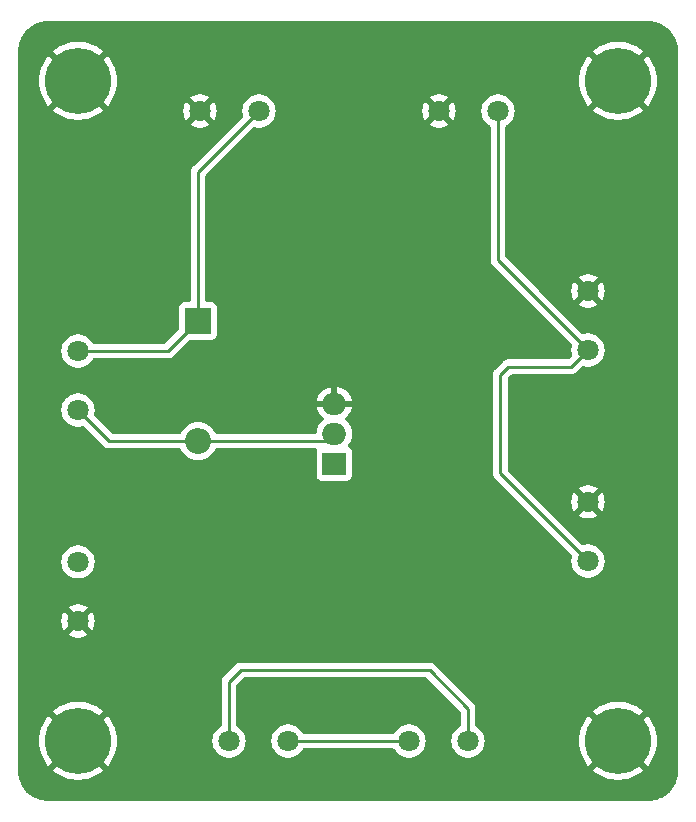
<source format=gbr>
%TF.GenerationSoftware,KiCad,Pcbnew,7.0.9*%
%TF.CreationDate,2024-06-07T12:35:00-04:00*%
%TF.ProjectId,PCBAdas,50434241-6461-4732-9e6b-696361645f70,rev?*%
%TF.SameCoordinates,Original*%
%TF.FileFunction,Copper,L2,Bot*%
%TF.FilePolarity,Positive*%
%FSLAX46Y46*%
G04 Gerber Fmt 4.6, Leading zero omitted, Abs format (unit mm)*
G04 Created by KiCad (PCBNEW 7.0.9) date 2024-06-07 12:35:00*
%MOMM*%
%LPD*%
G01*
G04 APERTURE LIST*
%TA.AperFunction,ComponentPad*%
%ADD10C,1.803400*%
%TD*%
%TA.AperFunction,ComponentPad*%
%ADD11C,5.600000*%
%TD*%
%TA.AperFunction,ComponentPad*%
%ADD12R,2.000000X1.905000*%
%TD*%
%TA.AperFunction,ComponentPad*%
%ADD13O,2.000000X1.905000*%
%TD*%
%TA.AperFunction,ComponentPad*%
%ADD14R,2.200000X2.200000*%
%TD*%
%TA.AperFunction,ComponentPad*%
%ADD15O,2.200000X2.200000*%
%TD*%
%TA.AperFunction,Conductor*%
%ADD16C,0.250000*%
%TD*%
G04 APERTURE END LIST*
D10*
%TO.P,J7,1,Pin_1*%
%TO.N,+7.5V*%
X157560000Y-73660000D03*
%TO.P,J7,2,Pin_2*%
%TO.N,GND*%
X152560000Y-73660000D03*
%TD*%
D11*
%TO.P,H3,1,1*%
%TO.N,GND*%
X142240000Y-71120000D03*
%TD*%
%TO.P,H1,1,1*%
%TO.N,GND*%
X142240000Y-127000000D03*
%TD*%
D12*
%TO.P,Q1,1,G*%
%TO.N,Net-(J1-Pin_1)*%
X163945000Y-103540000D03*
D13*
%TO.P,Q1,2,D*%
%TO.N,Net-(D1-A)*%
X163945000Y-101000000D03*
%TO.P,Q1,3,S*%
%TO.N,GND*%
X163945000Y-98460000D03*
%TD*%
D10*
%TO.P,J4,1,Pin_1*%
%TO.N,+8V*%
X185420000Y-93900000D03*
%TO.P,J4,2,Pin_2*%
%TO.N,GND*%
X185420000Y-88900000D03*
%TD*%
%TO.P,J2,1,Pin_1*%
%TO.N,+7.5V*%
X142240000Y-93980000D03*
%TO.P,J2,2,Pin_2*%
%TO.N,Net-(D1-A)*%
X142240000Y-98980000D03*
%TD*%
%TO.P,J1,1,Pin_1*%
%TO.N,Net-(J1-Pin_1)*%
X142240000Y-111840000D03*
%TO.P,J1,2,Pin_2*%
%TO.N,GND*%
X142240000Y-116840000D03*
%TD*%
D11*
%TO.P,H4,1,1*%
%TO.N,GND*%
X187960000Y-71120000D03*
%TD*%
%TO.P,H2,1,1*%
%TO.N,GND*%
X187960000Y-127000000D03*
%TD*%
D10*
%TO.P,J5,1,Pin_1*%
%TO.N,Net-(J5-Pin_1)*%
X170260000Y-127000000D03*
%TO.P,J5,2,Pin_2*%
%TO.N,Net-(J5-Pin_2)*%
X175260000Y-127000000D03*
%TD*%
%TO.P,J6,1,Pin_1*%
%TO.N,Net-(J5-Pin_2)*%
X155020000Y-127000000D03*
%TO.P,J6,2,Pin_2*%
%TO.N,Net-(J5-Pin_1)*%
X160020000Y-127000000D03*
%TD*%
%TO.P,J3,1,Pin_1*%
%TO.N,+8V*%
X185420000Y-111760000D03*
%TO.P,J3,2,Pin_2*%
%TO.N,GND*%
X185420000Y-106760000D03*
%TD*%
%TO.P,J8,1,Pin_1*%
%TO.N,+8V*%
X177800000Y-73660000D03*
%TO.P,J8,2,Pin_2*%
%TO.N,GND*%
X172800000Y-73660000D03*
%TD*%
D14*
%TO.P,D1,1,K*%
%TO.N,+7.5V*%
X152400000Y-91440000D03*
D15*
%TO.P,D1,2,A*%
%TO.N,Net-(D1-A)*%
X152400000Y-101600000D03*
%TD*%
D16*
%TO.N,+7.5V*%
X149860000Y-93980000D02*
X152400000Y-91440000D01*
X142240000Y-93980000D02*
X149860000Y-93980000D01*
X152400000Y-91440000D02*
X152400000Y-78820000D01*
X152400000Y-78820000D02*
X157560000Y-73660000D01*
%TO.N,Net-(D1-A)*%
X142240000Y-98980000D02*
X144860000Y-101600000D01*
X144860000Y-101600000D02*
X152400000Y-101600000D01*
X152400000Y-101600000D02*
X163345000Y-101600000D01*
X163345000Y-101600000D02*
X163945000Y-101000000D01*
%TO.N,Net-(J5-Pin_1)*%
X160020000Y-127000000D02*
X170260000Y-127000000D01*
%TO.N,Net-(J5-Pin_2)*%
X172000000Y-121000000D02*
X175260000Y-124260000D01*
X155020000Y-121980000D02*
X156000000Y-121000000D01*
X155020000Y-127000000D02*
X155020000Y-121980000D01*
X175260000Y-124260000D02*
X175260000Y-127000000D01*
X156000000Y-121000000D02*
X172000000Y-121000000D01*
%TO.N,+8V*%
X178000000Y-104340000D02*
X185420000Y-111760000D01*
X184000000Y-95320000D02*
X178680000Y-95320000D01*
X177800000Y-86280000D02*
X185420000Y-93900000D01*
X178000000Y-96000000D02*
X178000000Y-104340000D01*
X178680000Y-95320000D02*
X178000000Y-96000000D01*
X177800000Y-73660000D02*
X177800000Y-86280000D01*
X185420000Y-93900000D02*
X184000000Y-95320000D01*
%TD*%
%TA.AperFunction,Conductor*%
%TO.N,GND*%
G36*
X190501737Y-66040598D02*
G01*
X190535041Y-66042467D01*
X190615603Y-66046992D01*
X190787691Y-66057401D01*
X190794297Y-66058160D01*
X190865907Y-66070327D01*
X190930343Y-66081277D01*
X191023462Y-66098340D01*
X191079227Y-66108560D01*
X191085198Y-66109963D01*
X191222032Y-66149384D01*
X191362850Y-66193265D01*
X191368092Y-66195164D01*
X191501420Y-66250391D01*
X191634609Y-66310334D01*
X191639147Y-66312605D01*
X191712221Y-66352991D01*
X191766422Y-66382947D01*
X191766439Y-66382956D01*
X191890935Y-66458217D01*
X191894739Y-66460711D01*
X192012726Y-66544427D01*
X192015072Y-66546176D01*
X192110416Y-66620874D01*
X192128332Y-66634910D01*
X192131409Y-66637486D01*
X192239430Y-66734018D01*
X192241957Y-66736408D01*
X192343590Y-66838041D01*
X192345980Y-66840568D01*
X192442512Y-66948589D01*
X192445088Y-66951666D01*
X192533811Y-67064912D01*
X192535571Y-67067272D01*
X192619287Y-67185259D01*
X192621781Y-67189063D01*
X192697043Y-67313560D01*
X192767393Y-67440851D01*
X192769668Y-67445398D01*
X192829609Y-67578581D01*
X192884831Y-67711899D01*
X192886744Y-67717183D01*
X192909633Y-67790634D01*
X192930631Y-67858021D01*
X192970032Y-67994790D01*
X192971440Y-68000781D01*
X192998722Y-68149656D01*
X193021835Y-68285683D01*
X193022599Y-68292330D01*
X193033012Y-68464475D01*
X193039402Y-68578263D01*
X193039500Y-68581741D01*
X193039500Y-129538258D01*
X193039402Y-129541736D01*
X193033012Y-129655524D01*
X193022599Y-129827668D01*
X193021835Y-129834315D01*
X192998722Y-129970343D01*
X192971440Y-130119217D01*
X192970032Y-130125208D01*
X192930625Y-130262001D01*
X192886744Y-130402815D01*
X192884831Y-130408099D01*
X192829609Y-130541418D01*
X192769668Y-130674600D01*
X192767394Y-130679147D01*
X192697043Y-130806439D01*
X192621781Y-130930936D01*
X192619287Y-130934739D01*
X192535571Y-131052726D01*
X192533811Y-131055086D01*
X192445088Y-131168332D01*
X192442512Y-131171409D01*
X192345980Y-131279430D01*
X192343590Y-131281957D01*
X192241957Y-131383590D01*
X192239430Y-131385980D01*
X192131409Y-131482512D01*
X192128332Y-131485088D01*
X192015086Y-131573811D01*
X192012726Y-131575571D01*
X191894739Y-131659287D01*
X191890936Y-131661781D01*
X191766439Y-131737043D01*
X191639147Y-131807394D01*
X191634600Y-131809668D01*
X191501418Y-131869609D01*
X191368099Y-131924831D01*
X191362815Y-131926744D01*
X191245231Y-131963385D01*
X191221990Y-131970627D01*
X191085208Y-132010032D01*
X191079217Y-132011440D01*
X190930343Y-132038722D01*
X190794315Y-132061835D01*
X190787668Y-132062599D01*
X190615524Y-132073012D01*
X190501736Y-132079402D01*
X190498258Y-132079500D01*
X139701742Y-132079500D01*
X139698265Y-132079402D01*
X139584475Y-132073012D01*
X139412330Y-132062599D01*
X139405683Y-132061835D01*
X139269656Y-132038722D01*
X139120781Y-132011440D01*
X139114790Y-132010032D01*
X138978021Y-131970631D01*
X138910634Y-131949633D01*
X138837183Y-131926744D01*
X138831899Y-131924831D01*
X138698581Y-131869609D01*
X138565398Y-131809668D01*
X138560851Y-131807393D01*
X138433560Y-131737043D01*
X138309063Y-131661781D01*
X138305259Y-131659287D01*
X138187272Y-131575571D01*
X138184912Y-131573811D01*
X138071666Y-131485088D01*
X138068589Y-131482512D01*
X137960568Y-131385980D01*
X137958041Y-131383590D01*
X137856408Y-131281957D01*
X137854018Y-131279430D01*
X137757486Y-131171409D01*
X137754910Y-131168332D01*
X137740874Y-131150416D01*
X137666176Y-131055072D01*
X137664427Y-131052726D01*
X137580711Y-130934739D01*
X137578217Y-130930935D01*
X137502956Y-130806439D01*
X137432605Y-130679147D01*
X137430330Y-130674600D01*
X137370390Y-130541418D01*
X137315167Y-130408099D01*
X137313265Y-130402850D01*
X137269375Y-130262001D01*
X137229963Y-130125198D01*
X137228560Y-130119227D01*
X137218340Y-130063462D01*
X137201277Y-129970343D01*
X137190327Y-129905907D01*
X137178160Y-129834297D01*
X137177401Y-129827691D01*
X137166992Y-129655603D01*
X137162626Y-129577867D01*
X137160598Y-129541736D01*
X137160500Y-129538259D01*
X137160500Y-127000002D01*
X138935153Y-127000002D01*
X138954526Y-127357314D01*
X138954527Y-127357331D01*
X139012415Y-127710431D01*
X139012421Y-127710457D01*
X139108147Y-128055232D01*
X139108149Y-128055239D01*
X139240597Y-128387659D01*
X139240606Y-128387677D01*
X139408218Y-128703827D01*
X139609033Y-129000007D01*
X139736441Y-129150003D01*
X139736442Y-129150004D01*
X140942266Y-127944180D01*
X141105130Y-128134870D01*
X141295818Y-128297732D01*
X140087255Y-129506295D01*
X140087256Y-129506296D01*
X140100485Y-129518828D01*
X140100486Y-129518829D01*
X140385367Y-129735388D01*
X140385370Y-129735390D01*
X140691990Y-129919876D01*
X141016739Y-130070122D01*
X141016744Y-130070123D01*
X141355855Y-130184383D01*
X141705339Y-130261311D01*
X142061075Y-130299999D01*
X142061085Y-130300000D01*
X142418915Y-130300000D01*
X142418924Y-130299999D01*
X142774660Y-130261311D01*
X143124144Y-130184383D01*
X143463255Y-130070123D01*
X143463260Y-130070122D01*
X143788009Y-129919876D01*
X144094629Y-129735390D01*
X144094632Y-129735388D01*
X144379504Y-129518836D01*
X144392742Y-129506294D01*
X143184180Y-128297733D01*
X143374870Y-128134870D01*
X143537733Y-127944180D01*
X144743556Y-129150003D01*
X144870964Y-129000008D01*
X144870975Y-128999994D01*
X145071781Y-128703827D01*
X145239393Y-128387677D01*
X145239402Y-128387659D01*
X145371850Y-128055239D01*
X145371852Y-128055232D01*
X145467578Y-127710457D01*
X145467584Y-127710431D01*
X145525472Y-127357331D01*
X145525473Y-127357314D01*
X145544847Y-127000005D01*
X153612994Y-127000005D01*
X153632183Y-127231582D01*
X153689229Y-127456854D01*
X153782575Y-127669662D01*
X153809228Y-127710457D01*
X153909675Y-127864201D01*
X154067061Y-128035168D01*
X154067064Y-128035170D01*
X154067067Y-128035173D01*
X154250432Y-128177892D01*
X154250438Y-128177896D01*
X154250441Y-128177898D01*
X154454812Y-128288499D01*
X154674600Y-128363952D01*
X154903810Y-128402200D01*
X155136190Y-128402200D01*
X155365400Y-128363952D01*
X155585188Y-128288499D01*
X155789559Y-128177898D01*
X155972939Y-128035168D01*
X156130325Y-127864201D01*
X156257425Y-127669661D01*
X156350771Y-127456854D01*
X156407816Y-127231586D01*
X156427006Y-127000005D01*
X158612994Y-127000005D01*
X158632183Y-127231582D01*
X158689229Y-127456854D01*
X158782575Y-127669662D01*
X158809228Y-127710457D01*
X158909675Y-127864201D01*
X159067061Y-128035168D01*
X159067064Y-128035170D01*
X159067067Y-128035173D01*
X159250432Y-128177892D01*
X159250438Y-128177896D01*
X159250441Y-128177898D01*
X159454812Y-128288499D01*
X159674600Y-128363952D01*
X159903810Y-128402200D01*
X160136190Y-128402200D01*
X160365400Y-128363952D01*
X160585188Y-128288499D01*
X160789559Y-128177898D01*
X160972939Y-128035168D01*
X161130325Y-127864201D01*
X161249574Y-127681678D01*
X161302720Y-127636321D01*
X161353382Y-127625500D01*
X168926618Y-127625500D01*
X168993657Y-127645185D01*
X169030426Y-127681678D01*
X169049228Y-127710457D01*
X169149675Y-127864201D01*
X169307061Y-128035168D01*
X169307064Y-128035170D01*
X169307067Y-128035173D01*
X169490432Y-128177892D01*
X169490438Y-128177896D01*
X169490441Y-128177898D01*
X169694812Y-128288499D01*
X169914600Y-128363952D01*
X170143810Y-128402200D01*
X170376190Y-128402200D01*
X170605400Y-128363952D01*
X170825188Y-128288499D01*
X171029559Y-128177898D01*
X171212939Y-128035168D01*
X171370325Y-127864201D01*
X171497425Y-127669661D01*
X171590771Y-127456854D01*
X171647816Y-127231586D01*
X171667006Y-127000000D01*
X171647816Y-126768414D01*
X171590771Y-126543146D01*
X171497425Y-126330339D01*
X171370325Y-126135799D01*
X171212939Y-125964832D01*
X171212934Y-125964828D01*
X171212932Y-125964826D01*
X171029567Y-125822107D01*
X171029561Y-125822103D01*
X170825188Y-125711501D01*
X170825180Y-125711498D01*
X170605402Y-125636048D01*
X170376190Y-125597800D01*
X170143810Y-125597800D01*
X169914597Y-125636048D01*
X169694819Y-125711498D01*
X169694811Y-125711501D01*
X169490438Y-125822103D01*
X169490432Y-125822107D01*
X169307067Y-125964826D01*
X169307064Y-125964829D01*
X169149676Y-126135797D01*
X169149673Y-126135801D01*
X169030426Y-126318322D01*
X168977280Y-126363679D01*
X168926618Y-126374500D01*
X161353382Y-126374500D01*
X161286343Y-126354815D01*
X161249574Y-126318322D01*
X161130326Y-126135801D01*
X161130325Y-126135799D01*
X160972939Y-125964832D01*
X160972934Y-125964828D01*
X160972932Y-125964826D01*
X160789567Y-125822107D01*
X160789561Y-125822103D01*
X160585188Y-125711501D01*
X160585180Y-125711498D01*
X160365402Y-125636048D01*
X160136190Y-125597800D01*
X159903810Y-125597800D01*
X159674597Y-125636048D01*
X159454819Y-125711498D01*
X159454811Y-125711501D01*
X159250438Y-125822103D01*
X159250432Y-125822107D01*
X159067067Y-125964826D01*
X159067064Y-125964829D01*
X158909676Y-126135797D01*
X158909673Y-126135801D01*
X158782575Y-126330337D01*
X158689229Y-126543145D01*
X158632183Y-126768417D01*
X158612994Y-126999994D01*
X158612994Y-127000005D01*
X156427006Y-127000005D01*
X156427006Y-127000000D01*
X156407816Y-126768414D01*
X156350771Y-126543146D01*
X156257425Y-126330339D01*
X156130325Y-126135799D01*
X155972939Y-125964832D01*
X155789559Y-125822102D01*
X155710482Y-125779307D01*
X155660891Y-125730087D01*
X155645500Y-125670253D01*
X155645500Y-122290452D01*
X155665185Y-122223413D01*
X155681819Y-122202771D01*
X156222772Y-121661819D01*
X156284095Y-121628334D01*
X156310453Y-121625500D01*
X171689548Y-121625500D01*
X171756587Y-121645185D01*
X171777229Y-121661819D01*
X174598181Y-124482771D01*
X174631666Y-124544094D01*
X174634500Y-124570452D01*
X174634500Y-125670253D01*
X174614815Y-125737292D01*
X174569518Y-125779307D01*
X174490447Y-125822098D01*
X174490439Y-125822103D01*
X174307062Y-125964831D01*
X174149676Y-126135797D01*
X174149673Y-126135801D01*
X174022575Y-126330337D01*
X173929229Y-126543145D01*
X173872183Y-126768417D01*
X173852994Y-126999994D01*
X173852994Y-127000005D01*
X173872183Y-127231582D01*
X173929229Y-127456854D01*
X174022575Y-127669662D01*
X174049228Y-127710457D01*
X174149675Y-127864201D01*
X174307061Y-128035168D01*
X174307064Y-128035170D01*
X174307067Y-128035173D01*
X174490432Y-128177892D01*
X174490438Y-128177896D01*
X174490441Y-128177898D01*
X174694812Y-128288499D01*
X174914600Y-128363952D01*
X175143810Y-128402200D01*
X175376190Y-128402200D01*
X175605400Y-128363952D01*
X175825188Y-128288499D01*
X176029559Y-128177898D01*
X176212939Y-128035168D01*
X176370325Y-127864201D01*
X176497425Y-127669661D01*
X176590771Y-127456854D01*
X176647816Y-127231586D01*
X176667006Y-127000002D01*
X184655153Y-127000002D01*
X184674526Y-127357314D01*
X184674527Y-127357331D01*
X184732415Y-127710431D01*
X184732421Y-127710457D01*
X184828147Y-128055232D01*
X184828149Y-128055239D01*
X184960597Y-128387659D01*
X184960606Y-128387677D01*
X185128218Y-128703827D01*
X185329033Y-129000007D01*
X185456441Y-129150003D01*
X185456442Y-129150004D01*
X186662266Y-127944180D01*
X186825130Y-128134870D01*
X187015818Y-128297732D01*
X185807255Y-129506295D01*
X185807256Y-129506296D01*
X185820485Y-129518828D01*
X185820486Y-129518829D01*
X186105367Y-129735388D01*
X186105370Y-129735390D01*
X186411990Y-129919876D01*
X186736739Y-130070122D01*
X186736744Y-130070123D01*
X187075855Y-130184383D01*
X187425339Y-130261311D01*
X187781075Y-130299999D01*
X187781085Y-130300000D01*
X188138915Y-130300000D01*
X188138924Y-130299999D01*
X188494660Y-130261311D01*
X188844144Y-130184383D01*
X189183255Y-130070123D01*
X189183260Y-130070122D01*
X189508009Y-129919876D01*
X189814629Y-129735390D01*
X189814632Y-129735388D01*
X190099504Y-129518836D01*
X190112742Y-129506294D01*
X188904180Y-128297733D01*
X189094870Y-128134870D01*
X189257733Y-127944180D01*
X190463556Y-129150003D01*
X190590964Y-129000008D01*
X190590975Y-128999994D01*
X190791781Y-128703827D01*
X190959393Y-128387677D01*
X190959402Y-128387659D01*
X191091850Y-128055239D01*
X191091852Y-128055232D01*
X191187578Y-127710457D01*
X191187584Y-127710431D01*
X191245472Y-127357331D01*
X191245473Y-127357314D01*
X191264847Y-127000002D01*
X191264847Y-126999997D01*
X191245473Y-126642685D01*
X191245472Y-126642668D01*
X191187584Y-126289568D01*
X191187578Y-126289542D01*
X191091852Y-125944767D01*
X191091850Y-125944760D01*
X190959402Y-125612340D01*
X190959393Y-125612322D01*
X190791781Y-125296172D01*
X190590966Y-124999992D01*
X190463557Y-124849995D01*
X190463556Y-124849994D01*
X189257732Y-126055818D01*
X189094870Y-125865130D01*
X188904180Y-125702266D01*
X190112743Y-124493703D01*
X190112742Y-124493702D01*
X190099514Y-124481171D01*
X190099513Y-124481170D01*
X189814632Y-124264611D01*
X189814629Y-124264609D01*
X189508009Y-124080123D01*
X189183260Y-123929877D01*
X189183255Y-123929876D01*
X188844144Y-123815616D01*
X188494660Y-123738688D01*
X188138924Y-123700000D01*
X187781075Y-123700000D01*
X187425339Y-123738688D01*
X187075855Y-123815616D01*
X186736744Y-123929876D01*
X186736739Y-123929877D01*
X186411990Y-124080123D01*
X186105370Y-124264609D01*
X186105367Y-124264611D01*
X185820491Y-124481166D01*
X185807256Y-124493703D01*
X185807255Y-124493703D01*
X187015819Y-125702266D01*
X186825130Y-125865130D01*
X186662266Y-126055818D01*
X185456442Y-124849994D01*
X185456441Y-124849995D01*
X185329040Y-124999983D01*
X185329033Y-124999993D01*
X185128218Y-125296172D01*
X184960606Y-125612322D01*
X184960597Y-125612340D01*
X184828149Y-125944760D01*
X184828147Y-125944767D01*
X184732421Y-126289542D01*
X184732415Y-126289568D01*
X184674527Y-126642668D01*
X184674526Y-126642685D01*
X184655153Y-126999997D01*
X184655153Y-127000002D01*
X176667006Y-127000002D01*
X176667006Y-127000000D01*
X176647816Y-126768414D01*
X176590771Y-126543146D01*
X176497425Y-126330339D01*
X176370325Y-126135799D01*
X176212939Y-125964832D01*
X176029559Y-125822102D01*
X175950482Y-125779307D01*
X175900891Y-125730087D01*
X175885500Y-125670253D01*
X175885500Y-124342737D01*
X175887224Y-124327123D01*
X175886938Y-124327096D01*
X175887672Y-124319333D01*
X175885500Y-124250203D01*
X175885500Y-124220651D01*
X175885500Y-124220650D01*
X175884629Y-124213759D01*
X175884172Y-124207945D01*
X175882709Y-124161372D01*
X175877122Y-124142144D01*
X175873174Y-124123084D01*
X175870664Y-124103208D01*
X175853507Y-124059875D01*
X175851619Y-124054359D01*
X175838619Y-124009612D01*
X175828418Y-123992363D01*
X175819860Y-123974894D01*
X175812486Y-123956268D01*
X175812483Y-123956264D01*
X175812483Y-123956263D01*
X175785098Y-123918571D01*
X175781890Y-123913687D01*
X175758172Y-123873582D01*
X175758163Y-123873571D01*
X175744005Y-123859413D01*
X175731370Y-123844620D01*
X175719593Y-123828412D01*
X175683693Y-123798713D01*
X175679381Y-123794790D01*
X172500803Y-120616212D01*
X172490980Y-120603950D01*
X172490759Y-120604134D01*
X172485786Y-120598123D01*
X172467159Y-120580631D01*
X172435364Y-120550773D01*
X172424919Y-120540328D01*
X172414475Y-120529883D01*
X172408986Y-120525625D01*
X172404561Y-120521847D01*
X172370582Y-120489938D01*
X172370580Y-120489936D01*
X172370577Y-120489935D01*
X172353029Y-120480288D01*
X172336763Y-120469604D01*
X172320933Y-120457325D01*
X172278168Y-120438818D01*
X172272922Y-120436248D01*
X172232093Y-120413803D01*
X172232092Y-120413802D01*
X172212693Y-120408822D01*
X172194281Y-120402518D01*
X172175898Y-120394562D01*
X172175892Y-120394560D01*
X172129874Y-120387272D01*
X172124152Y-120386087D01*
X172079021Y-120374500D01*
X172079019Y-120374500D01*
X172058984Y-120374500D01*
X172039586Y-120372973D01*
X172032162Y-120371797D01*
X172019805Y-120369840D01*
X172019804Y-120369840D01*
X171973416Y-120374225D01*
X171967578Y-120374500D01*
X156082737Y-120374500D01*
X156067120Y-120372776D01*
X156067093Y-120373062D01*
X156059331Y-120372327D01*
X155990203Y-120374500D01*
X155960650Y-120374500D01*
X155959929Y-120374590D01*
X155953757Y-120375369D01*
X155947945Y-120375826D01*
X155901378Y-120377290D01*
X155901367Y-120377292D01*
X155882134Y-120382879D01*
X155863094Y-120386822D01*
X155843217Y-120389334D01*
X155843210Y-120389335D01*
X155843208Y-120389336D01*
X155843206Y-120389336D01*
X155843205Y-120389337D01*
X155799868Y-120406494D01*
X155794342Y-120408386D01*
X155749611Y-120421382D01*
X155749608Y-120421383D01*
X155732363Y-120431581D01*
X155714901Y-120440135D01*
X155696272Y-120447511D01*
X155696267Y-120447513D01*
X155658564Y-120474906D01*
X155653682Y-120478112D01*
X155613580Y-120501828D01*
X155599408Y-120516000D01*
X155584623Y-120528628D01*
X155568412Y-120540407D01*
X155538709Y-120576310D01*
X155534777Y-120580631D01*
X154636208Y-121479199D01*
X154623951Y-121489020D01*
X154624134Y-121489241D01*
X154618123Y-121494213D01*
X154570772Y-121544636D01*
X154549889Y-121565519D01*
X154549877Y-121565532D01*
X154545621Y-121571017D01*
X154541837Y-121575447D01*
X154509937Y-121609418D01*
X154509936Y-121609420D01*
X154500284Y-121626976D01*
X154489610Y-121643226D01*
X154477329Y-121659061D01*
X154477324Y-121659068D01*
X154458815Y-121701838D01*
X154456245Y-121707084D01*
X154433803Y-121747906D01*
X154428822Y-121767307D01*
X154422521Y-121785710D01*
X154414562Y-121804102D01*
X154414561Y-121804105D01*
X154407271Y-121850127D01*
X154406087Y-121855846D01*
X154394501Y-121900972D01*
X154394500Y-121900982D01*
X154394500Y-121921016D01*
X154392973Y-121940415D01*
X154389840Y-121960194D01*
X154389840Y-121960195D01*
X154394225Y-122006583D01*
X154394500Y-122012421D01*
X154394500Y-125670253D01*
X154374815Y-125737292D01*
X154329518Y-125779307D01*
X154250447Y-125822098D01*
X154250439Y-125822103D01*
X154067062Y-125964831D01*
X153909676Y-126135797D01*
X153909673Y-126135801D01*
X153782575Y-126330337D01*
X153689229Y-126543145D01*
X153632183Y-126768417D01*
X153612994Y-126999994D01*
X153612994Y-127000005D01*
X145544847Y-127000005D01*
X145544847Y-127000002D01*
X145544847Y-126999997D01*
X145525473Y-126642685D01*
X145525472Y-126642668D01*
X145467584Y-126289568D01*
X145467578Y-126289542D01*
X145371852Y-125944767D01*
X145371850Y-125944760D01*
X145239402Y-125612340D01*
X145239393Y-125612322D01*
X145071781Y-125296172D01*
X144870966Y-124999992D01*
X144743557Y-124849995D01*
X144743556Y-124849994D01*
X143537732Y-126055818D01*
X143374870Y-125865130D01*
X143184180Y-125702266D01*
X144392743Y-124493703D01*
X144392742Y-124493702D01*
X144379514Y-124481171D01*
X144379513Y-124481170D01*
X144094632Y-124264611D01*
X144094629Y-124264609D01*
X143788009Y-124080123D01*
X143463260Y-123929877D01*
X143463255Y-123929876D01*
X143124144Y-123815616D01*
X142774660Y-123738688D01*
X142418924Y-123700000D01*
X142061075Y-123700000D01*
X141705339Y-123738688D01*
X141355855Y-123815616D01*
X141016744Y-123929876D01*
X141016739Y-123929877D01*
X140691990Y-124080123D01*
X140385370Y-124264609D01*
X140385367Y-124264611D01*
X140100491Y-124481166D01*
X140087256Y-124493703D01*
X140087255Y-124493703D01*
X141295819Y-125702266D01*
X141105130Y-125865130D01*
X140942266Y-126055818D01*
X139736442Y-124849994D01*
X139736441Y-124849995D01*
X139609040Y-124999983D01*
X139609033Y-124999993D01*
X139408218Y-125296172D01*
X139240606Y-125612322D01*
X139240597Y-125612340D01*
X139108149Y-125944760D01*
X139108147Y-125944767D01*
X139012421Y-126289542D01*
X139012415Y-126289568D01*
X138954527Y-126642668D01*
X138954526Y-126642685D01*
X138935153Y-126999997D01*
X138935153Y-127000002D01*
X137160500Y-127000002D01*
X137160500Y-116840005D01*
X140833496Y-116840005D01*
X140852678Y-117071499D01*
X140909704Y-117296691D01*
X141003015Y-117509418D01*
X141087584Y-117638861D01*
X141639277Y-117087168D01*
X141649285Y-117117969D01*
X141736972Y-117256141D01*
X141856266Y-117368165D01*
X141991204Y-117442348D01*
X141439989Y-117993562D01*
X141439990Y-117993563D01*
X141470712Y-118017475D01*
X141470718Y-118017480D01*
X141675007Y-118128035D01*
X141675017Y-118128040D01*
X141894721Y-118203464D01*
X142123853Y-118241700D01*
X142356147Y-118241700D01*
X142585278Y-118203464D01*
X142804982Y-118128040D01*
X142804987Y-118128038D01*
X143009288Y-118017475D01*
X143040008Y-117993563D01*
X143040008Y-117993562D01*
X142485762Y-117439315D01*
X142554512Y-117412095D01*
X142686905Y-117315906D01*
X142791218Y-117189813D01*
X142839903Y-117086350D01*
X143392414Y-117638861D01*
X143476980Y-117509425D01*
X143476985Y-117509417D01*
X143570295Y-117296691D01*
X143627321Y-117071499D01*
X143646504Y-116840005D01*
X143646504Y-116839994D01*
X143627321Y-116608500D01*
X143570295Y-116383308D01*
X143476982Y-116170576D01*
X143392414Y-116041137D01*
X142840721Y-116592829D01*
X142830715Y-116562031D01*
X142743028Y-116423859D01*
X142623734Y-116311835D01*
X142488795Y-116237651D01*
X143040009Y-115686436D01*
X143040009Y-115686435D01*
X143009286Y-115662523D01*
X143009281Y-115662519D01*
X142804992Y-115551964D01*
X142804982Y-115551959D01*
X142585278Y-115476535D01*
X142356147Y-115438300D01*
X142123853Y-115438300D01*
X141894721Y-115476535D01*
X141675017Y-115551959D01*
X141675007Y-115551964D01*
X141470717Y-115662520D01*
X141470706Y-115662527D01*
X141439990Y-115686434D01*
X141439990Y-115686436D01*
X141994238Y-116240684D01*
X141925488Y-116267905D01*
X141793095Y-116364094D01*
X141688782Y-116490187D01*
X141640096Y-116593649D01*
X141087584Y-116041137D01*
X141003016Y-116170578D01*
X140909704Y-116383308D01*
X140852678Y-116608500D01*
X140833496Y-116839994D01*
X140833496Y-116840005D01*
X137160500Y-116840005D01*
X137160500Y-111840005D01*
X140832994Y-111840005D01*
X140852183Y-112071582D01*
X140909229Y-112296854D01*
X141002575Y-112509662D01*
X141129673Y-112704198D01*
X141129675Y-112704201D01*
X141287061Y-112875168D01*
X141287064Y-112875170D01*
X141287067Y-112875173D01*
X141470432Y-113017892D01*
X141470438Y-113017896D01*
X141470441Y-113017898D01*
X141674812Y-113128499D01*
X141894600Y-113203952D01*
X142123810Y-113242200D01*
X142356190Y-113242200D01*
X142585400Y-113203952D01*
X142805188Y-113128499D01*
X143009559Y-113017898D01*
X143192939Y-112875168D01*
X143350325Y-112704201D01*
X143477425Y-112509661D01*
X143570771Y-112296854D01*
X143627816Y-112071586D01*
X143647006Y-111840000D01*
X143640377Y-111760005D01*
X143627816Y-111608417D01*
X143627816Y-111608414D01*
X143570771Y-111383146D01*
X143477425Y-111170339D01*
X143350325Y-110975799D01*
X143192939Y-110804832D01*
X143192934Y-110804828D01*
X143192932Y-110804826D01*
X143009567Y-110662107D01*
X143009561Y-110662103D01*
X142805188Y-110551501D01*
X142805180Y-110551498D01*
X142585402Y-110476048D01*
X142356190Y-110437800D01*
X142123810Y-110437800D01*
X141894597Y-110476048D01*
X141674819Y-110551498D01*
X141674811Y-110551501D01*
X141470438Y-110662103D01*
X141470432Y-110662107D01*
X141287067Y-110804826D01*
X141287064Y-110804829D01*
X141129676Y-110975797D01*
X141129673Y-110975801D01*
X141002575Y-111170337D01*
X140909229Y-111383145D01*
X140852183Y-111608417D01*
X140832994Y-111839994D01*
X140832994Y-111840005D01*
X137160500Y-111840005D01*
X137160500Y-98980005D01*
X140832994Y-98980005D01*
X140852183Y-99211582D01*
X140909229Y-99436854D01*
X141002575Y-99649662D01*
X141066999Y-99748269D01*
X141129675Y-99844201D01*
X141287061Y-100015168D01*
X141287064Y-100015170D01*
X141287067Y-100015173D01*
X141470432Y-100157892D01*
X141470438Y-100157896D01*
X141470441Y-100157898D01*
X141674812Y-100268499D01*
X141894600Y-100343952D01*
X142123810Y-100382200D01*
X142356190Y-100382200D01*
X142585400Y-100343952D01*
X142611913Y-100334849D01*
X142681710Y-100331698D01*
X142739859Y-100364449D01*
X144359194Y-101983784D01*
X144369019Y-101996048D01*
X144369240Y-101995866D01*
X144374210Y-102001873D01*
X144374213Y-102001876D01*
X144374214Y-102001877D01*
X144424651Y-102049241D01*
X144445530Y-102070120D01*
X144451004Y-102074366D01*
X144455442Y-102078156D01*
X144489418Y-102110062D01*
X144489422Y-102110064D01*
X144506973Y-102119713D01*
X144523231Y-102130392D01*
X144539064Y-102142674D01*
X144561015Y-102152172D01*
X144581837Y-102161183D01*
X144587081Y-102163752D01*
X144627908Y-102186197D01*
X144647312Y-102191179D01*
X144665710Y-102197478D01*
X144684105Y-102205438D01*
X144730129Y-102212726D01*
X144735832Y-102213907D01*
X144780981Y-102225500D01*
X144801016Y-102225500D01*
X144820413Y-102227026D01*
X144840196Y-102230160D01*
X144886584Y-102225775D01*
X144892422Y-102225500D01*
X150843867Y-102225500D01*
X150910906Y-102245185D01*
X150956661Y-102297989D01*
X150958428Y-102302048D01*
X150969532Y-102328856D01*
X150969533Y-102328858D01*
X151101160Y-102543653D01*
X151101161Y-102543656D01*
X151101164Y-102543659D01*
X151264776Y-102735224D01*
X151413066Y-102861875D01*
X151456343Y-102898838D01*
X151456346Y-102898839D01*
X151671140Y-103030466D01*
X151903889Y-103126873D01*
X152148852Y-103185683D01*
X152400000Y-103205449D01*
X152651148Y-103185683D01*
X152896111Y-103126873D01*
X153128859Y-103030466D01*
X153343659Y-102898836D01*
X153535224Y-102735224D01*
X153698836Y-102543659D01*
X153830466Y-102328859D01*
X153841572Y-102302048D01*
X153885412Y-102247644D01*
X153951706Y-102225579D01*
X153956133Y-102225500D01*
X162367244Y-102225500D01*
X162434283Y-102245185D01*
X162480038Y-102297989D01*
X162489982Y-102367147D01*
X162483426Y-102392833D01*
X162450908Y-102480017D01*
X162444501Y-102539616D01*
X162444501Y-102539623D01*
X162444500Y-102539635D01*
X162444500Y-104540370D01*
X162444501Y-104540376D01*
X162450908Y-104599983D01*
X162501202Y-104734828D01*
X162501206Y-104734835D01*
X162587452Y-104850044D01*
X162587455Y-104850047D01*
X162702664Y-104936293D01*
X162702671Y-104936297D01*
X162837517Y-104986591D01*
X162837516Y-104986591D01*
X162844444Y-104987335D01*
X162897127Y-104993000D01*
X164992872Y-104992999D01*
X165052483Y-104986591D01*
X165187331Y-104936296D01*
X165302546Y-104850046D01*
X165388796Y-104734831D01*
X165439091Y-104599983D01*
X165445500Y-104540373D01*
X165445499Y-102539628D01*
X165439091Y-102480017D01*
X165396993Y-102367147D01*
X165388797Y-102345171D01*
X165388793Y-102345164D01*
X165302547Y-102229955D01*
X165302544Y-102229952D01*
X165187335Y-102143706D01*
X165187328Y-102143702D01*
X165156687Y-102132274D01*
X165100753Y-102090403D01*
X165076336Y-102024938D01*
X165091188Y-101956665D01*
X165102161Y-101939937D01*
X165213072Y-101797439D01*
X165327679Y-101585664D01*
X165405866Y-101357913D01*
X165445500Y-101120399D01*
X165445500Y-100879601D01*
X165405866Y-100642087D01*
X165327679Y-100414336D01*
X165213072Y-100202561D01*
X165065171Y-100012537D01*
X164888010Y-99849449D01*
X164888007Y-99849446D01*
X164863614Y-99833510D01*
X164818257Y-99780364D01*
X164808833Y-99711132D01*
X164838335Y-99647796D01*
X164863616Y-99625891D01*
X164887701Y-99610155D01*
X164887702Y-99610154D01*
X165064797Y-99447126D01*
X165064806Y-99447116D01*
X165212649Y-99257168D01*
X165212655Y-99257159D01*
X165327215Y-99045468D01*
X165327221Y-99045454D01*
X165405380Y-98817791D01*
X165423367Y-98710000D01*
X164439852Y-98710000D01*
X164488559Y-98572953D01*
X164498877Y-98422114D01*
X164468116Y-98274085D01*
X164434910Y-98210000D01*
X165423366Y-98210000D01*
X165423366Y-98209999D01*
X165405380Y-98102208D01*
X165327221Y-97874545D01*
X165327215Y-97874531D01*
X165212655Y-97662840D01*
X165212649Y-97662831D01*
X165064806Y-97472883D01*
X165064797Y-97472873D01*
X164887710Y-97309851D01*
X164887699Y-97309843D01*
X164686184Y-97178186D01*
X164465739Y-97081491D01*
X164465740Y-97081491D01*
X164232391Y-97022399D01*
X164195000Y-97019300D01*
X164195000Y-97968316D01*
X164166181Y-97950791D01*
X164020596Y-97910000D01*
X163907378Y-97910000D01*
X163795217Y-97925416D01*
X163695000Y-97968946D01*
X163695000Y-97019300D01*
X163694999Y-97019300D01*
X163657608Y-97022399D01*
X163424259Y-97081491D01*
X163203815Y-97178186D01*
X163002300Y-97309843D01*
X163002289Y-97309851D01*
X162825202Y-97472873D01*
X162825193Y-97472883D01*
X162677350Y-97662831D01*
X162677344Y-97662840D01*
X162562784Y-97874531D01*
X162562778Y-97874545D01*
X162484619Y-98102208D01*
X162466633Y-98209999D01*
X162466634Y-98210000D01*
X163450148Y-98210000D01*
X163401441Y-98347047D01*
X163391123Y-98497886D01*
X163421884Y-98645915D01*
X163455090Y-98710000D01*
X162466633Y-98710000D01*
X162484619Y-98817791D01*
X162562778Y-99045454D01*
X162562784Y-99045468D01*
X162677344Y-99257159D01*
X162677350Y-99257168D01*
X162825193Y-99447116D01*
X162825202Y-99447126D01*
X163002297Y-99610154D01*
X163002296Y-99610154D01*
X163026385Y-99625892D01*
X163071742Y-99679038D01*
X163081166Y-99748269D01*
X163051664Y-99811605D01*
X163026389Y-99833507D01*
X163001994Y-99849446D01*
X163001988Y-99849450D01*
X162844367Y-99994551D01*
X162824829Y-100012537D01*
X162781305Y-100068456D01*
X162676929Y-100202558D01*
X162562321Y-100414334D01*
X162562318Y-100414343D01*
X162484134Y-100642083D01*
X162445950Y-100870910D01*
X162415499Y-100933795D01*
X162355884Y-100970235D01*
X162323641Y-100974500D01*
X153956133Y-100974500D01*
X153889094Y-100954815D01*
X153843339Y-100902011D01*
X153841572Y-100897952D01*
X153830467Y-100871143D01*
X153830466Y-100871141D01*
X153698839Y-100656346D01*
X153698838Y-100656343D01*
X153661875Y-100613066D01*
X153535224Y-100464776D01*
X153379410Y-100331698D01*
X153343656Y-100301161D01*
X153343653Y-100301160D01*
X153128859Y-100169533D01*
X152896110Y-100073126D01*
X152651151Y-100014317D01*
X152400000Y-99994551D01*
X152148848Y-100014317D01*
X151903889Y-100073126D01*
X151671140Y-100169533D01*
X151456346Y-100301160D01*
X151456343Y-100301161D01*
X151264776Y-100464776D01*
X151101161Y-100656343D01*
X151101160Y-100656346D01*
X150969533Y-100871141D01*
X150969532Y-100871143D01*
X150958428Y-100897952D01*
X150914588Y-100952356D01*
X150848294Y-100974421D01*
X150843867Y-100974500D01*
X145170452Y-100974500D01*
X145103413Y-100954815D01*
X145082771Y-100938181D01*
X143622748Y-99478158D01*
X143589263Y-99416835D01*
X143590223Y-99360037D01*
X143627815Y-99211589D01*
X143627816Y-99211586D01*
X143641581Y-99045468D01*
X143647006Y-98980005D01*
X143647006Y-98979994D01*
X143627816Y-98748417D01*
X143627816Y-98748414D01*
X143570771Y-98523146D01*
X143477425Y-98310339D01*
X143350325Y-98115799D01*
X143192939Y-97944832D01*
X143192934Y-97944828D01*
X143192932Y-97944826D01*
X143009567Y-97802107D01*
X143009561Y-97802103D01*
X142805188Y-97691501D01*
X142805180Y-97691498D01*
X142585402Y-97616048D01*
X142356190Y-97577800D01*
X142123810Y-97577800D01*
X141894597Y-97616048D01*
X141674819Y-97691498D01*
X141674811Y-97691501D01*
X141470438Y-97802103D01*
X141470432Y-97802107D01*
X141287067Y-97944826D01*
X141287064Y-97944829D01*
X141287061Y-97944831D01*
X141287061Y-97944832D01*
X141252317Y-97982573D01*
X141129676Y-98115797D01*
X141129673Y-98115801D01*
X141002575Y-98310337D01*
X140909229Y-98523145D01*
X140852183Y-98748417D01*
X140832994Y-98979994D01*
X140832994Y-98980005D01*
X137160500Y-98980005D01*
X137160500Y-93980005D01*
X140832994Y-93980005D01*
X140852183Y-94211582D01*
X140909229Y-94436854D01*
X141002575Y-94649662D01*
X141099559Y-94798105D01*
X141129675Y-94844201D01*
X141287061Y-95015168D01*
X141287064Y-95015170D01*
X141287067Y-95015173D01*
X141470432Y-95157892D01*
X141470438Y-95157896D01*
X141470441Y-95157898D01*
X141674812Y-95268499D01*
X141894600Y-95343952D01*
X142123810Y-95382200D01*
X142356190Y-95382200D01*
X142585400Y-95343952D01*
X142805188Y-95268499D01*
X143009559Y-95157898D01*
X143192939Y-95015168D01*
X143350325Y-94844201D01*
X143469574Y-94661678D01*
X143522720Y-94616321D01*
X143573382Y-94605500D01*
X149777257Y-94605500D01*
X149792877Y-94607224D01*
X149792904Y-94606939D01*
X149800660Y-94607671D01*
X149800667Y-94607673D01*
X149869814Y-94605500D01*
X149899350Y-94605500D01*
X149906228Y-94604630D01*
X149912041Y-94604172D01*
X149958627Y-94602709D01*
X149977869Y-94597117D01*
X149996912Y-94593174D01*
X150016792Y-94590664D01*
X150060122Y-94573507D01*
X150065646Y-94571617D01*
X150072375Y-94569662D01*
X150110390Y-94558618D01*
X150127629Y-94548422D01*
X150145103Y-94539862D01*
X150163727Y-94532488D01*
X150163727Y-94532487D01*
X150163732Y-94532486D01*
X150201449Y-94505082D01*
X150206305Y-94501892D01*
X150246420Y-94478170D01*
X150260589Y-94463999D01*
X150275379Y-94451368D01*
X150291587Y-94439594D01*
X150321299Y-94403676D01*
X150325212Y-94399376D01*
X151647771Y-93076818D01*
X151709094Y-93043333D01*
X151735452Y-93040499D01*
X153547871Y-93040499D01*
X153547872Y-93040499D01*
X153607483Y-93034091D01*
X153742331Y-92983796D01*
X153857546Y-92897546D01*
X153943796Y-92782331D01*
X153994091Y-92647483D01*
X154000500Y-92587873D01*
X154000499Y-90292128D01*
X153994091Y-90232517D01*
X153977502Y-90188040D01*
X153943797Y-90097671D01*
X153943793Y-90097664D01*
X153857547Y-89982455D01*
X153857544Y-89982452D01*
X153742335Y-89896206D01*
X153742328Y-89896202D01*
X153607482Y-89845908D01*
X153607483Y-89845908D01*
X153547883Y-89839501D01*
X153547881Y-89839500D01*
X153547873Y-89839500D01*
X153547865Y-89839500D01*
X153149500Y-89839500D01*
X153082461Y-89819815D01*
X153036706Y-89767011D01*
X153025500Y-89715500D01*
X153025500Y-79130452D01*
X153045185Y-79063413D01*
X153061819Y-79042771D01*
X153785391Y-78319199D01*
X157060142Y-75044447D01*
X157121463Y-75010964D01*
X157188083Y-75014848D01*
X157214600Y-75023952D01*
X157443810Y-75062200D01*
X157676190Y-75062200D01*
X157905400Y-75023952D01*
X158125188Y-74948499D01*
X158329559Y-74837898D01*
X158330103Y-74837475D01*
X158391138Y-74789969D01*
X158512939Y-74695168D01*
X158670325Y-74524201D01*
X158797425Y-74329661D01*
X158890771Y-74116854D01*
X158947816Y-73891586D01*
X158967006Y-73660005D01*
X171393496Y-73660005D01*
X171412678Y-73891499D01*
X171469704Y-74116691D01*
X171563015Y-74329418D01*
X171647584Y-74458861D01*
X172199277Y-73907168D01*
X172209285Y-73937969D01*
X172296972Y-74076141D01*
X172416266Y-74188165D01*
X172551204Y-74262348D01*
X171999989Y-74813562D01*
X171999990Y-74813563D01*
X172030712Y-74837475D01*
X172030718Y-74837480D01*
X172235007Y-74948035D01*
X172235017Y-74948040D01*
X172454721Y-75023464D01*
X172683853Y-75061700D01*
X172916147Y-75061700D01*
X173145278Y-75023464D01*
X173364982Y-74948040D01*
X173364987Y-74948038D01*
X173569288Y-74837475D01*
X173600008Y-74813563D01*
X173600008Y-74813562D01*
X173045762Y-74259315D01*
X173114512Y-74232095D01*
X173246905Y-74135906D01*
X173351218Y-74009813D01*
X173399903Y-73906350D01*
X173952414Y-74458861D01*
X174036980Y-74329425D01*
X174036985Y-74329417D01*
X174130295Y-74116691D01*
X174187321Y-73891499D01*
X174206504Y-73660005D01*
X176392994Y-73660005D01*
X176412183Y-73891582D01*
X176469229Y-74116854D01*
X176562575Y-74329662D01*
X176646986Y-74458861D01*
X176689675Y-74524201D01*
X176847061Y-74695168D01*
X176847064Y-74695170D01*
X176847067Y-74695173D01*
X177030432Y-74837892D01*
X177030443Y-74837899D01*
X177109517Y-74880692D01*
X177159108Y-74929912D01*
X177174500Y-74989747D01*
X177174500Y-86197255D01*
X177172775Y-86212872D01*
X177173061Y-86212899D01*
X177172326Y-86220665D01*
X177174500Y-86289814D01*
X177174500Y-86319343D01*
X177174501Y-86319360D01*
X177175368Y-86326231D01*
X177175826Y-86332050D01*
X177177290Y-86378624D01*
X177177291Y-86378627D01*
X177182880Y-86397867D01*
X177186824Y-86416911D01*
X177189336Y-86436791D01*
X177206490Y-86480119D01*
X177208382Y-86485647D01*
X177221381Y-86530388D01*
X177231580Y-86547634D01*
X177240138Y-86565103D01*
X177247514Y-86583732D01*
X177274898Y-86621423D01*
X177278106Y-86626307D01*
X177301827Y-86666416D01*
X177301833Y-86666424D01*
X177315990Y-86680580D01*
X177328628Y-86695376D01*
X177340405Y-86711586D01*
X177340406Y-86711587D01*
X177376309Y-86741288D01*
X177380620Y-86745210D01*
X182739955Y-92104546D01*
X184037251Y-93401842D01*
X184070736Y-93463165D01*
X184069776Y-93519962D01*
X184032183Y-93668415D01*
X184012994Y-93899994D01*
X184012994Y-93900005D01*
X184032183Y-94131582D01*
X184069776Y-94280035D01*
X184067151Y-94349855D01*
X184037251Y-94398156D01*
X183777226Y-94658182D01*
X183715906Y-94691666D01*
X183689547Y-94694500D01*
X178762737Y-94694500D01*
X178747120Y-94692776D01*
X178747093Y-94693062D01*
X178739331Y-94692327D01*
X178670203Y-94694500D01*
X178640650Y-94694500D01*
X178639929Y-94694590D01*
X178633757Y-94695369D01*
X178627945Y-94695826D01*
X178581373Y-94697290D01*
X178581372Y-94697290D01*
X178562129Y-94702881D01*
X178543079Y-94706825D01*
X178523211Y-94709334D01*
X178523209Y-94709335D01*
X178479884Y-94726488D01*
X178474357Y-94728380D01*
X178429610Y-94741381D01*
X178429609Y-94741382D01*
X178412367Y-94751579D01*
X178394899Y-94760137D01*
X178376269Y-94767513D01*
X178376267Y-94767514D01*
X178338576Y-94794898D01*
X178333694Y-94798105D01*
X178293579Y-94821830D01*
X178279408Y-94836000D01*
X178264623Y-94848628D01*
X178248412Y-94860407D01*
X178218709Y-94896310D01*
X178214777Y-94900631D01*
X177616208Y-95499199D01*
X177603951Y-95509020D01*
X177604134Y-95509241D01*
X177598123Y-95514213D01*
X177550772Y-95564636D01*
X177529889Y-95585519D01*
X177529877Y-95585532D01*
X177525621Y-95591017D01*
X177521837Y-95595447D01*
X177489937Y-95629418D01*
X177489936Y-95629420D01*
X177480284Y-95646976D01*
X177469610Y-95663226D01*
X177457329Y-95679061D01*
X177457324Y-95679068D01*
X177438815Y-95721838D01*
X177436245Y-95727084D01*
X177413803Y-95767906D01*
X177408822Y-95787307D01*
X177402521Y-95805710D01*
X177394562Y-95824102D01*
X177394561Y-95824105D01*
X177387271Y-95870127D01*
X177386087Y-95875846D01*
X177374501Y-95920972D01*
X177374500Y-95920982D01*
X177374500Y-95941016D01*
X177372973Y-95960413D01*
X177369840Y-95980196D01*
X177373831Y-96022415D01*
X177374225Y-96026583D01*
X177374500Y-96032421D01*
X177374500Y-104257255D01*
X177372775Y-104272872D01*
X177373061Y-104272899D01*
X177372326Y-104280665D01*
X177374500Y-104349814D01*
X177374500Y-104379343D01*
X177374501Y-104379360D01*
X177375368Y-104386231D01*
X177375826Y-104392050D01*
X177377290Y-104438624D01*
X177377291Y-104438627D01*
X177382880Y-104457867D01*
X177386824Y-104476911D01*
X177389336Y-104496791D01*
X177406490Y-104540119D01*
X177408382Y-104545647D01*
X177421382Y-104590390D01*
X177427054Y-104599982D01*
X177431580Y-104607634D01*
X177440138Y-104625103D01*
X177447514Y-104643732D01*
X177474898Y-104681423D01*
X177478106Y-104686307D01*
X177501827Y-104726416D01*
X177501833Y-104726424D01*
X177515990Y-104740580D01*
X177528628Y-104755376D01*
X177540405Y-104771586D01*
X177540406Y-104771587D01*
X177576309Y-104801288D01*
X177580620Y-104805210D01*
X180823445Y-108048035D01*
X184037251Y-111261841D01*
X184070736Y-111323164D01*
X184069776Y-111379961D01*
X184032183Y-111528415D01*
X184012994Y-111759994D01*
X184012994Y-111760005D01*
X184032183Y-111991582D01*
X184089229Y-112216854D01*
X184182575Y-112429662D01*
X184309673Y-112624198D01*
X184309675Y-112624201D01*
X184467061Y-112795168D01*
X184467064Y-112795170D01*
X184467067Y-112795173D01*
X184650432Y-112937892D01*
X184650438Y-112937896D01*
X184650441Y-112937898D01*
X184854812Y-113048499D01*
X185074600Y-113123952D01*
X185303810Y-113162200D01*
X185536190Y-113162200D01*
X185765400Y-113123952D01*
X185985188Y-113048499D01*
X186189559Y-112937898D01*
X186372939Y-112795168D01*
X186530325Y-112624201D01*
X186657425Y-112429661D01*
X186750771Y-112216854D01*
X186807816Y-111991586D01*
X186820377Y-111840000D01*
X186827006Y-111760005D01*
X186827006Y-111759994D01*
X186807816Y-111528417D01*
X186807816Y-111528414D01*
X186750771Y-111303146D01*
X186657425Y-111090339D01*
X186530325Y-110895799D01*
X186372939Y-110724832D01*
X186372934Y-110724828D01*
X186372932Y-110724826D01*
X186189567Y-110582107D01*
X186189561Y-110582103D01*
X185985188Y-110471501D01*
X185985180Y-110471498D01*
X185765402Y-110396048D01*
X185536190Y-110357800D01*
X185303810Y-110357800D01*
X185074600Y-110396047D01*
X185048082Y-110405151D01*
X184978283Y-110408299D01*
X184920140Y-110375550D01*
X181304596Y-106760005D01*
X184013496Y-106760005D01*
X184032678Y-106991499D01*
X184089704Y-107216691D01*
X184183015Y-107429418D01*
X184267584Y-107558861D01*
X184819277Y-107007168D01*
X184829285Y-107037969D01*
X184916972Y-107176141D01*
X185036266Y-107288165D01*
X185171204Y-107362348D01*
X184619989Y-107913562D01*
X184619990Y-107913563D01*
X184650712Y-107937475D01*
X184650718Y-107937480D01*
X184855007Y-108048035D01*
X184855017Y-108048040D01*
X185074721Y-108123464D01*
X185303853Y-108161700D01*
X185536147Y-108161700D01*
X185765278Y-108123464D01*
X185984982Y-108048040D01*
X185984987Y-108048038D01*
X186189288Y-107937475D01*
X186220008Y-107913563D01*
X186220008Y-107913562D01*
X185665762Y-107359315D01*
X185734512Y-107332095D01*
X185866905Y-107235906D01*
X185971218Y-107109813D01*
X186019903Y-107006350D01*
X186572414Y-107558861D01*
X186656980Y-107429425D01*
X186656985Y-107429417D01*
X186750295Y-107216691D01*
X186807321Y-106991499D01*
X186826504Y-106760005D01*
X186826504Y-106759994D01*
X186807321Y-106528500D01*
X186750295Y-106303308D01*
X186656982Y-106090576D01*
X186572414Y-105961137D01*
X186020721Y-106512829D01*
X186010715Y-106482031D01*
X185923028Y-106343859D01*
X185803734Y-106231835D01*
X185668795Y-106157651D01*
X186220009Y-105606436D01*
X186220009Y-105606435D01*
X186189286Y-105582523D01*
X186189281Y-105582519D01*
X185984992Y-105471964D01*
X185984982Y-105471959D01*
X185765278Y-105396535D01*
X185536147Y-105358300D01*
X185303853Y-105358300D01*
X185074721Y-105396535D01*
X184855017Y-105471959D01*
X184855007Y-105471964D01*
X184650717Y-105582520D01*
X184650706Y-105582527D01*
X184619990Y-105606434D01*
X184619990Y-105606436D01*
X185174238Y-106160684D01*
X185105488Y-106187905D01*
X184973095Y-106284094D01*
X184868782Y-106410187D01*
X184820096Y-106513649D01*
X184267584Y-105961137D01*
X184183016Y-106090578D01*
X184089704Y-106303308D01*
X184032678Y-106528500D01*
X184013496Y-106759994D01*
X184013496Y-106760005D01*
X181304596Y-106760005D01*
X178661819Y-104117228D01*
X178628334Y-104055905D01*
X178625500Y-104029547D01*
X178625500Y-96310452D01*
X178645185Y-96243413D01*
X178661819Y-96222771D01*
X178902772Y-95981819D01*
X178964095Y-95948334D01*
X178990453Y-95945500D01*
X183917257Y-95945500D01*
X183932877Y-95947224D01*
X183932904Y-95946939D01*
X183940660Y-95947671D01*
X183940667Y-95947673D01*
X184009814Y-95945500D01*
X184039350Y-95945500D01*
X184046228Y-95944630D01*
X184052041Y-95944172D01*
X184098627Y-95942709D01*
X184117869Y-95937117D01*
X184136912Y-95933174D01*
X184156792Y-95930664D01*
X184200122Y-95913507D01*
X184205646Y-95911617D01*
X184209396Y-95910527D01*
X184250390Y-95898618D01*
X184267629Y-95888422D01*
X184285103Y-95879862D01*
X184303727Y-95872488D01*
X184303727Y-95872487D01*
X184303732Y-95872486D01*
X184341449Y-95845082D01*
X184346305Y-95841892D01*
X184386420Y-95818170D01*
X184400589Y-95803999D01*
X184415379Y-95791368D01*
X184431587Y-95779594D01*
X184461299Y-95743676D01*
X184465212Y-95739376D01*
X184920141Y-95284447D01*
X184981463Y-95250964D01*
X185048083Y-95254848D01*
X185074600Y-95263952D01*
X185303810Y-95302200D01*
X185536190Y-95302200D01*
X185765400Y-95263952D01*
X185985188Y-95188499D01*
X186189559Y-95077898D01*
X186372939Y-94935168D01*
X186530325Y-94764201D01*
X186657425Y-94569661D01*
X186750771Y-94356854D01*
X186807816Y-94131586D01*
X186820377Y-93980000D01*
X186827006Y-93900005D01*
X186827006Y-93899994D01*
X186807816Y-93668417D01*
X186807816Y-93668414D01*
X186750771Y-93443146D01*
X186657425Y-93230339D01*
X186530325Y-93035799D01*
X186372939Y-92864832D01*
X186372934Y-92864828D01*
X186372932Y-92864826D01*
X186189567Y-92722107D01*
X186189561Y-92722103D01*
X185985188Y-92611501D01*
X185985180Y-92611498D01*
X185765402Y-92536048D01*
X185536190Y-92497800D01*
X185303810Y-92497800D01*
X185074597Y-92536048D01*
X185048078Y-92545151D01*
X184978279Y-92548298D01*
X184920140Y-92515549D01*
X181304596Y-88900005D01*
X184013496Y-88900005D01*
X184032678Y-89131499D01*
X184089704Y-89356691D01*
X184183015Y-89569418D01*
X184267584Y-89698861D01*
X184819277Y-89147168D01*
X184829285Y-89177969D01*
X184916972Y-89316141D01*
X185036266Y-89428165D01*
X185171204Y-89502348D01*
X184619989Y-90053562D01*
X184619990Y-90053563D01*
X184650712Y-90077475D01*
X184650718Y-90077480D01*
X184855007Y-90188035D01*
X184855017Y-90188040D01*
X185074721Y-90263464D01*
X185303853Y-90301700D01*
X185536147Y-90301700D01*
X185765278Y-90263464D01*
X185984982Y-90188040D01*
X185984987Y-90188038D01*
X186189288Y-90077475D01*
X186220008Y-90053563D01*
X186220008Y-90053562D01*
X185665762Y-89499315D01*
X185734512Y-89472095D01*
X185866905Y-89375906D01*
X185971218Y-89249813D01*
X186019903Y-89146350D01*
X186572414Y-89698861D01*
X186656980Y-89569425D01*
X186656985Y-89569417D01*
X186750295Y-89356691D01*
X186807321Y-89131499D01*
X186826504Y-88900005D01*
X186826504Y-88899994D01*
X186807321Y-88668500D01*
X186750295Y-88443308D01*
X186656982Y-88230576D01*
X186572414Y-88101137D01*
X186020721Y-88652829D01*
X186010715Y-88622031D01*
X185923028Y-88483859D01*
X185803734Y-88371835D01*
X185668795Y-88297651D01*
X186220009Y-87746436D01*
X186220009Y-87746435D01*
X186189286Y-87722523D01*
X186189281Y-87722519D01*
X185984992Y-87611964D01*
X185984982Y-87611959D01*
X185765278Y-87536535D01*
X185536147Y-87498300D01*
X185303853Y-87498300D01*
X185074721Y-87536535D01*
X184855017Y-87611959D01*
X184855007Y-87611964D01*
X184650717Y-87722520D01*
X184650706Y-87722527D01*
X184619990Y-87746434D01*
X184619990Y-87746436D01*
X185174238Y-88300684D01*
X185105488Y-88327905D01*
X184973095Y-88424094D01*
X184868782Y-88550187D01*
X184820096Y-88653649D01*
X184267584Y-88101137D01*
X184183016Y-88230578D01*
X184089704Y-88443308D01*
X184032678Y-88668500D01*
X184013496Y-88899994D01*
X184013496Y-88900005D01*
X181304596Y-88900005D01*
X178461819Y-86057228D01*
X178428334Y-85995905D01*
X178425500Y-85969547D01*
X178425500Y-74989747D01*
X178445185Y-74922708D01*
X178490483Y-74880692D01*
X178502948Y-74873946D01*
X178569559Y-74837898D01*
X178570103Y-74837475D01*
X178631138Y-74789969D01*
X178752939Y-74695168D01*
X178910325Y-74524201D01*
X179037425Y-74329661D01*
X179130771Y-74116854D01*
X179187816Y-73891586D01*
X179207006Y-73660000D01*
X179205252Y-73638836D01*
X179187816Y-73428417D01*
X179187816Y-73428414D01*
X179130771Y-73203146D01*
X179037425Y-72990339D01*
X178910325Y-72795799D01*
X178752939Y-72624832D01*
X178752934Y-72624828D01*
X178752932Y-72624826D01*
X178569567Y-72482107D01*
X178569561Y-72482103D01*
X178365188Y-72371501D01*
X178365180Y-72371498D01*
X178145402Y-72296048D01*
X177916190Y-72257800D01*
X177683810Y-72257800D01*
X177454597Y-72296048D01*
X177234819Y-72371498D01*
X177234811Y-72371501D01*
X177030438Y-72482103D01*
X177030432Y-72482107D01*
X176847067Y-72624826D01*
X176847064Y-72624829D01*
X176689676Y-72795797D01*
X176689673Y-72795801D01*
X176562575Y-72990337D01*
X176469229Y-73203145D01*
X176412183Y-73428417D01*
X176392994Y-73659994D01*
X176392994Y-73660005D01*
X174206504Y-73660005D01*
X174206504Y-73659994D01*
X174187321Y-73428500D01*
X174130295Y-73203308D01*
X174036982Y-72990576D01*
X173952414Y-72861137D01*
X173400721Y-73412829D01*
X173390715Y-73382031D01*
X173303028Y-73243859D01*
X173183734Y-73131835D01*
X173048795Y-73057651D01*
X173600009Y-72506436D01*
X173600009Y-72506435D01*
X173569286Y-72482523D01*
X173569281Y-72482519D01*
X173364992Y-72371964D01*
X173364982Y-72371959D01*
X173145278Y-72296535D01*
X172916147Y-72258300D01*
X172683853Y-72258300D01*
X172454721Y-72296535D01*
X172235017Y-72371959D01*
X172235007Y-72371964D01*
X172030717Y-72482520D01*
X172030706Y-72482527D01*
X171999990Y-72506434D01*
X171999990Y-72506436D01*
X172554238Y-73060684D01*
X172485488Y-73087905D01*
X172353095Y-73184094D01*
X172248782Y-73310187D01*
X172200096Y-73413649D01*
X171647584Y-72861137D01*
X171563016Y-72990578D01*
X171469704Y-73203308D01*
X171412678Y-73428500D01*
X171393496Y-73659994D01*
X171393496Y-73660005D01*
X158967006Y-73660005D01*
X158967006Y-73660000D01*
X158965252Y-73638836D01*
X158947816Y-73428417D01*
X158947816Y-73428414D01*
X158890771Y-73203146D01*
X158797425Y-72990339D01*
X158670325Y-72795799D01*
X158512939Y-72624832D01*
X158512934Y-72624828D01*
X158512932Y-72624826D01*
X158329567Y-72482107D01*
X158329561Y-72482103D01*
X158125188Y-72371501D01*
X158125180Y-72371498D01*
X157905402Y-72296048D01*
X157676190Y-72257800D01*
X157443810Y-72257800D01*
X157214597Y-72296048D01*
X156994819Y-72371498D01*
X156994811Y-72371501D01*
X156790438Y-72482103D01*
X156790432Y-72482107D01*
X156607067Y-72624826D01*
X156607064Y-72624829D01*
X156449676Y-72795797D01*
X156449673Y-72795801D01*
X156322575Y-72990337D01*
X156229229Y-73203145D01*
X156172183Y-73428417D01*
X156152994Y-73659994D01*
X156152994Y-73660005D01*
X156172183Y-73891582D01*
X156209776Y-74040036D01*
X156207150Y-74109857D01*
X156177251Y-74158157D01*
X152016208Y-78319199D01*
X152003951Y-78329020D01*
X152004134Y-78329241D01*
X151998123Y-78334213D01*
X151950772Y-78384636D01*
X151929889Y-78405519D01*
X151929877Y-78405532D01*
X151925621Y-78411017D01*
X151921837Y-78415447D01*
X151889937Y-78449418D01*
X151889936Y-78449420D01*
X151880284Y-78466976D01*
X151869610Y-78483226D01*
X151857329Y-78499061D01*
X151857324Y-78499068D01*
X151838815Y-78541838D01*
X151836245Y-78547084D01*
X151813803Y-78587906D01*
X151808822Y-78607307D01*
X151802521Y-78625710D01*
X151794562Y-78644102D01*
X151794561Y-78644105D01*
X151787271Y-78690127D01*
X151786087Y-78695846D01*
X151774501Y-78740972D01*
X151774500Y-78740982D01*
X151774500Y-78761016D01*
X151772973Y-78780415D01*
X151769840Y-78800194D01*
X151769840Y-78800195D01*
X151774225Y-78846583D01*
X151774500Y-78852421D01*
X151774500Y-89715500D01*
X151754815Y-89782539D01*
X151702011Y-89828294D01*
X151650500Y-89839500D01*
X151252129Y-89839500D01*
X151252123Y-89839501D01*
X151192516Y-89845908D01*
X151057671Y-89896202D01*
X151057664Y-89896206D01*
X150942455Y-89982452D01*
X150942452Y-89982455D01*
X150856206Y-90097664D01*
X150856202Y-90097671D01*
X150805908Y-90232517D01*
X150799501Y-90292116D01*
X150799501Y-90292123D01*
X150799500Y-90292135D01*
X150799500Y-92104546D01*
X150779815Y-92171585D01*
X150763181Y-92192227D01*
X149637228Y-93318181D01*
X149575905Y-93351666D01*
X149549547Y-93354500D01*
X143573382Y-93354500D01*
X143506343Y-93334815D01*
X143469574Y-93298322D01*
X143350326Y-93115801D01*
X143350325Y-93115799D01*
X143192939Y-92944832D01*
X143192934Y-92944828D01*
X143192932Y-92944826D01*
X143009567Y-92802107D01*
X143009561Y-92802103D01*
X142805188Y-92691501D01*
X142805180Y-92691498D01*
X142585402Y-92616048D01*
X142356190Y-92577800D01*
X142123810Y-92577800D01*
X141894597Y-92616048D01*
X141674819Y-92691498D01*
X141674811Y-92691501D01*
X141470438Y-92802103D01*
X141470432Y-92802107D01*
X141287067Y-92944826D01*
X141287064Y-92944829D01*
X141129676Y-93115797D01*
X141129673Y-93115801D01*
X141002575Y-93310337D01*
X140909229Y-93523145D01*
X140852183Y-93748417D01*
X140832994Y-93979994D01*
X140832994Y-93980005D01*
X137160500Y-93980005D01*
X137160500Y-71120002D01*
X138935153Y-71120002D01*
X138954526Y-71477314D01*
X138954527Y-71477331D01*
X139012415Y-71830431D01*
X139012421Y-71830457D01*
X139108147Y-72175232D01*
X139108149Y-72175239D01*
X139240597Y-72507659D01*
X139240606Y-72507677D01*
X139408218Y-72823827D01*
X139609033Y-73120007D01*
X139736441Y-73270003D01*
X139736442Y-73270004D01*
X140942266Y-72064180D01*
X141105130Y-72254870D01*
X141295818Y-72417732D01*
X140087255Y-73626295D01*
X140087256Y-73626296D01*
X140100485Y-73638828D01*
X140100486Y-73638829D01*
X140385367Y-73855388D01*
X140385370Y-73855390D01*
X140691990Y-74039876D01*
X141016739Y-74190122D01*
X141016744Y-74190123D01*
X141355855Y-74304383D01*
X141705339Y-74381311D01*
X142061075Y-74419999D01*
X142061085Y-74420000D01*
X142418915Y-74420000D01*
X142418924Y-74419999D01*
X142774660Y-74381311D01*
X143124144Y-74304383D01*
X143463255Y-74190123D01*
X143463260Y-74190122D01*
X143788009Y-74039876D01*
X144094629Y-73855390D01*
X144094632Y-73855388D01*
X144351656Y-73660005D01*
X151153496Y-73660005D01*
X151172678Y-73891499D01*
X151229704Y-74116691D01*
X151323015Y-74329418D01*
X151407584Y-74458861D01*
X151959277Y-73907168D01*
X151969285Y-73937969D01*
X152056972Y-74076141D01*
X152176266Y-74188165D01*
X152311204Y-74262348D01*
X151759989Y-74813562D01*
X151759990Y-74813563D01*
X151790712Y-74837475D01*
X151790718Y-74837480D01*
X151995007Y-74948035D01*
X151995017Y-74948040D01*
X152214721Y-75023464D01*
X152443853Y-75061700D01*
X152676147Y-75061700D01*
X152905278Y-75023464D01*
X153124982Y-74948040D01*
X153124987Y-74948038D01*
X153329288Y-74837475D01*
X153360008Y-74813563D01*
X153360008Y-74813562D01*
X152805762Y-74259315D01*
X152874512Y-74232095D01*
X153006905Y-74135906D01*
X153111218Y-74009813D01*
X153159903Y-73906350D01*
X153712414Y-74458861D01*
X153796980Y-74329425D01*
X153796985Y-74329417D01*
X153890295Y-74116691D01*
X153947321Y-73891499D01*
X153966504Y-73660005D01*
X153966504Y-73659994D01*
X153947321Y-73428500D01*
X153890295Y-73203308D01*
X153796982Y-72990576D01*
X153712414Y-72861137D01*
X153160721Y-73412829D01*
X153150715Y-73382031D01*
X153063028Y-73243859D01*
X152943734Y-73131835D01*
X152808795Y-73057651D01*
X153360009Y-72506436D01*
X153360009Y-72506435D01*
X153329286Y-72482523D01*
X153329281Y-72482519D01*
X153124992Y-72371964D01*
X153124982Y-72371959D01*
X152905278Y-72296535D01*
X152676147Y-72258300D01*
X152443853Y-72258300D01*
X152214721Y-72296535D01*
X151995017Y-72371959D01*
X151995007Y-72371964D01*
X151790717Y-72482520D01*
X151790706Y-72482527D01*
X151759990Y-72506434D01*
X151759990Y-72506436D01*
X152314238Y-73060684D01*
X152245488Y-73087905D01*
X152113095Y-73184094D01*
X152008782Y-73310187D01*
X151960096Y-73413649D01*
X151407584Y-72861137D01*
X151323016Y-72990578D01*
X151229704Y-73203308D01*
X151172678Y-73428500D01*
X151153496Y-73659994D01*
X151153496Y-73660005D01*
X144351656Y-73660005D01*
X144379504Y-73638836D01*
X144392742Y-73626294D01*
X143184180Y-72417733D01*
X143374870Y-72254870D01*
X143537733Y-72064180D01*
X144743556Y-73270003D01*
X144870964Y-73120008D01*
X144870975Y-73119994D01*
X145071781Y-72823827D01*
X145239393Y-72507677D01*
X145239402Y-72507659D01*
X145371850Y-72175239D01*
X145371852Y-72175232D01*
X145467578Y-71830457D01*
X145467584Y-71830431D01*
X145525472Y-71477331D01*
X145525473Y-71477314D01*
X145544847Y-71120002D01*
X184655153Y-71120002D01*
X184674526Y-71477314D01*
X184674527Y-71477331D01*
X184732415Y-71830431D01*
X184732421Y-71830457D01*
X184828147Y-72175232D01*
X184828149Y-72175239D01*
X184960597Y-72507659D01*
X184960606Y-72507677D01*
X185128218Y-72823827D01*
X185329033Y-73120007D01*
X185456441Y-73270003D01*
X185456442Y-73270004D01*
X186662266Y-72064180D01*
X186825130Y-72254870D01*
X187015818Y-72417732D01*
X185807255Y-73626295D01*
X185807256Y-73626296D01*
X185820485Y-73638828D01*
X185820486Y-73638829D01*
X186105367Y-73855388D01*
X186105370Y-73855390D01*
X186411990Y-74039876D01*
X186736739Y-74190122D01*
X186736744Y-74190123D01*
X187075855Y-74304383D01*
X187425339Y-74381311D01*
X187781075Y-74419999D01*
X187781085Y-74420000D01*
X188138915Y-74420000D01*
X188138924Y-74419999D01*
X188494660Y-74381311D01*
X188844144Y-74304383D01*
X189183255Y-74190123D01*
X189183260Y-74190122D01*
X189508009Y-74039876D01*
X189814629Y-73855390D01*
X189814632Y-73855388D01*
X190099504Y-73638836D01*
X190112742Y-73626294D01*
X188904180Y-72417733D01*
X189094870Y-72254870D01*
X189257733Y-72064180D01*
X190463556Y-73270003D01*
X190590964Y-73120008D01*
X190590975Y-73119994D01*
X190791781Y-72823827D01*
X190959393Y-72507677D01*
X190959402Y-72507659D01*
X191091850Y-72175239D01*
X191091852Y-72175232D01*
X191187578Y-71830457D01*
X191187584Y-71830431D01*
X191245472Y-71477331D01*
X191245473Y-71477314D01*
X191264847Y-71120002D01*
X191264847Y-71119997D01*
X191245473Y-70762685D01*
X191245472Y-70762668D01*
X191187584Y-70409568D01*
X191187578Y-70409542D01*
X191091852Y-70064767D01*
X191091850Y-70064760D01*
X190959402Y-69732340D01*
X190959393Y-69732322D01*
X190791781Y-69416172D01*
X190590966Y-69119992D01*
X190463557Y-68969995D01*
X190463556Y-68969994D01*
X189257732Y-70175818D01*
X189094870Y-69985130D01*
X188904180Y-69822266D01*
X190112743Y-68613703D01*
X190112742Y-68613702D01*
X190099514Y-68601171D01*
X190099513Y-68601170D01*
X189814632Y-68384611D01*
X189814629Y-68384609D01*
X189508009Y-68200123D01*
X189183260Y-68049877D01*
X189183255Y-68049876D01*
X188844144Y-67935616D01*
X188494660Y-67858688D01*
X188138924Y-67820000D01*
X187781075Y-67820000D01*
X187425339Y-67858688D01*
X187075855Y-67935616D01*
X186736744Y-68049876D01*
X186736739Y-68049877D01*
X186411990Y-68200123D01*
X186105370Y-68384609D01*
X186105367Y-68384611D01*
X185820491Y-68601166D01*
X185807256Y-68613703D01*
X185807255Y-68613703D01*
X187015819Y-69822266D01*
X186825130Y-69985130D01*
X186662266Y-70175818D01*
X185456442Y-68969994D01*
X185456441Y-68969995D01*
X185329040Y-69119983D01*
X185329033Y-69119993D01*
X185128218Y-69416172D01*
X184960606Y-69732322D01*
X184960597Y-69732340D01*
X184828149Y-70064760D01*
X184828147Y-70064767D01*
X184732421Y-70409542D01*
X184732415Y-70409568D01*
X184674527Y-70762668D01*
X184674526Y-70762685D01*
X184655153Y-71119997D01*
X184655153Y-71120002D01*
X145544847Y-71120002D01*
X145544847Y-71119997D01*
X145525473Y-70762685D01*
X145525472Y-70762668D01*
X145467584Y-70409568D01*
X145467578Y-70409542D01*
X145371852Y-70064767D01*
X145371850Y-70064760D01*
X145239402Y-69732340D01*
X145239393Y-69732322D01*
X145071781Y-69416172D01*
X144870966Y-69119992D01*
X144743557Y-68969995D01*
X144743556Y-68969994D01*
X143537732Y-70175818D01*
X143374870Y-69985130D01*
X143184180Y-69822266D01*
X144392743Y-68613703D01*
X144392742Y-68613702D01*
X144379514Y-68601171D01*
X144379513Y-68601170D01*
X144094632Y-68384611D01*
X144094629Y-68384609D01*
X143788009Y-68200123D01*
X143463260Y-68049877D01*
X143463255Y-68049876D01*
X143124144Y-67935616D01*
X142774660Y-67858688D01*
X142418924Y-67820000D01*
X142061075Y-67820000D01*
X141705339Y-67858688D01*
X141355855Y-67935616D01*
X141016744Y-68049876D01*
X141016739Y-68049877D01*
X140691990Y-68200123D01*
X140385370Y-68384609D01*
X140385367Y-68384611D01*
X140100491Y-68601166D01*
X140087256Y-68613703D01*
X140087255Y-68613703D01*
X141295819Y-69822266D01*
X141105130Y-69985130D01*
X140942266Y-70175818D01*
X139736442Y-68969994D01*
X139736441Y-68969995D01*
X139609040Y-69119983D01*
X139609033Y-69119993D01*
X139408218Y-69416172D01*
X139240606Y-69732322D01*
X139240597Y-69732340D01*
X139108149Y-70064760D01*
X139108147Y-70064767D01*
X139012421Y-70409542D01*
X139012415Y-70409568D01*
X138954527Y-70762668D01*
X138954526Y-70762685D01*
X138935153Y-71119997D01*
X138935153Y-71120002D01*
X137160500Y-71120002D01*
X137160500Y-68581740D01*
X137160598Y-68578263D01*
X137162140Y-68550782D01*
X137166995Y-68464333D01*
X137177401Y-68292304D01*
X137178160Y-68285706D01*
X137200576Y-68153780D01*
X137201277Y-68149656D01*
X137213432Y-68083324D01*
X137228562Y-68000763D01*
X137229961Y-67994810D01*
X137269387Y-67857956D01*
X137313270Y-67717135D01*
X137315158Y-67711921D01*
X137370397Y-67578565D01*
X137430343Y-67445370D01*
X137432599Y-67440861D01*
X137502958Y-67313557D01*
X137578228Y-67189044D01*
X137580693Y-67185286D01*
X137664461Y-67067226D01*
X137666145Y-67064967D01*
X137754932Y-66951638D01*
X137757472Y-66948605D01*
X137854052Y-66840531D01*
X137856373Y-66838077D01*
X137958077Y-66736373D01*
X137960531Y-66734052D01*
X138068605Y-66637472D01*
X138071638Y-66634932D01*
X138184967Y-66546145D01*
X138187226Y-66544461D01*
X138305286Y-66460693D01*
X138309044Y-66458228D01*
X138433561Y-66382956D01*
X138560861Y-66312599D01*
X138565370Y-66310343D01*
X138698565Y-66250397D01*
X138831921Y-66195158D01*
X138837135Y-66193270D01*
X138977956Y-66149387D01*
X139114810Y-66109961D01*
X139120763Y-66108562D01*
X139203324Y-66093432D01*
X139269656Y-66081277D01*
X139317941Y-66073072D01*
X139405706Y-66058160D01*
X139412304Y-66057401D01*
X139584333Y-66046995D01*
X139670782Y-66042140D01*
X139698263Y-66040598D01*
X139701740Y-66040500D01*
X190498260Y-66040500D01*
X190501737Y-66040598D01*
G37*
%TD.AperFunction*%
%TD*%
M02*

</source>
